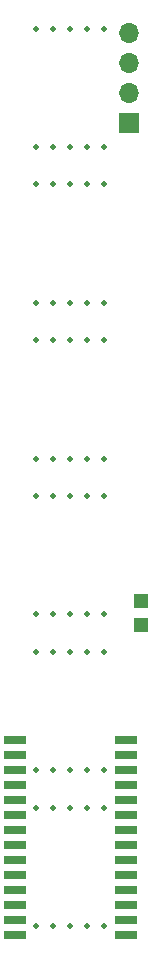
<source format=gbr>
%TF.GenerationSoftware,KiCad,Pcbnew,(5.1.8)-1*%
%TF.CreationDate,2020-12-10T23:44:26+08:00*%
%TF.ProjectId,HEMAC_DISP,48454d41-435f-4444-9953-502e6b696361,rev?*%
%TF.SameCoordinates,Original*%
%TF.FileFunction,Soldermask,Bot*%
%TF.FilePolarity,Negative*%
%FSLAX46Y46*%
G04 Gerber Fmt 4.6, Leading zero omitted, Abs format (unit mm)*
G04 Created by KiCad (PCBNEW (5.1.8)-1) date 2020-12-10 23:44:26*
%MOMM*%
%LPD*%
G01*
G04 APERTURE LIST*
%ADD10C,0.500000*%
%ADD11R,1.870000X0.670000*%
%ADD12R,1.700000X1.700000*%
%ADD13O,1.700000X1.700000*%
%ADD14R,1.250000X1.300000*%
G04 APERTURE END LIST*
D10*
%TO.C,DISP6*%
X214120000Y-98000000D03*
X215560000Y-98000000D03*
X217000000Y-98000000D03*
X218440000Y-98000000D03*
X219880000Y-98000000D03*
X219880000Y-108000000D03*
X218440000Y-108000000D03*
X217000000Y-108000000D03*
X215560000Y-108000000D03*
X214120000Y-108000000D03*
%TD*%
%TO.C,DISP5*%
X214120000Y-84800000D03*
X215560000Y-84800000D03*
X217000000Y-84800000D03*
X218440000Y-84800000D03*
X219880000Y-84800000D03*
X219880000Y-94800000D03*
X218440000Y-94800000D03*
X217000000Y-94800000D03*
X215560000Y-94800000D03*
X214120000Y-94800000D03*
%TD*%
%TO.C,DISP4*%
X214120000Y-71600000D03*
X215560000Y-71600000D03*
X217000000Y-71600000D03*
X218440000Y-71600000D03*
X219880000Y-71600000D03*
X219880000Y-81600000D03*
X218440000Y-81600000D03*
X217000000Y-81600000D03*
X215560000Y-81600000D03*
X214120000Y-81600000D03*
%TD*%
%TO.C,DISP3*%
X214120000Y-58400000D03*
X215560000Y-58400000D03*
X217000000Y-58400000D03*
X218440000Y-58400000D03*
X219880000Y-58400000D03*
X219880000Y-68400000D03*
X218440000Y-68400000D03*
X217000000Y-68400000D03*
X215560000Y-68400000D03*
X214120000Y-68400000D03*
%TD*%
%TO.C,DISP2*%
X214120000Y-45200000D03*
X215560000Y-45200000D03*
X217000000Y-45200000D03*
X218440000Y-45200000D03*
X219880000Y-45200000D03*
X219880000Y-55200000D03*
X218440000Y-55200000D03*
X217000000Y-55200000D03*
X215560000Y-55200000D03*
X214120000Y-55200000D03*
%TD*%
%TO.C,DISP1*%
X214120000Y-32000000D03*
X215560000Y-32000000D03*
X217000000Y-32000000D03*
X218440000Y-32000000D03*
X219880000Y-32000000D03*
X219880000Y-42000000D03*
X218440000Y-42000000D03*
X217000000Y-42000000D03*
X215560000Y-42000000D03*
X214120000Y-42000000D03*
%TD*%
D11*
%TO.C,U1*%
X221700000Y-108755000D03*
X221700000Y-107485000D03*
X221700000Y-106215000D03*
X221700000Y-104945000D03*
X221700000Y-103675000D03*
X221700000Y-102405000D03*
X221700000Y-101135000D03*
X221700000Y-99865000D03*
X221700000Y-98595000D03*
X221700000Y-97325000D03*
X221700000Y-96055000D03*
X221700000Y-94785000D03*
X221700000Y-93515000D03*
X221700000Y-92245000D03*
X212300000Y-92245000D03*
X212300000Y-93515000D03*
X212300000Y-94785000D03*
X212300000Y-96055000D03*
X212300000Y-97325000D03*
X212300000Y-98595000D03*
X212300000Y-99865000D03*
X212300000Y-101135000D03*
X212300000Y-102405000D03*
X212300000Y-103675000D03*
X212300000Y-104945000D03*
X212300000Y-106215000D03*
X212300000Y-107485000D03*
X212300000Y-108755000D03*
%TD*%
D12*
%TO.C,J1*%
X222000000Y-40000000D03*
D13*
X222000000Y-37460000D03*
X222000000Y-34920000D03*
X222000000Y-32380000D03*
%TD*%
D14*
%TO.C,C1*%
X223000000Y-80500000D03*
X223000000Y-82500000D03*
%TD*%
M02*

</source>
